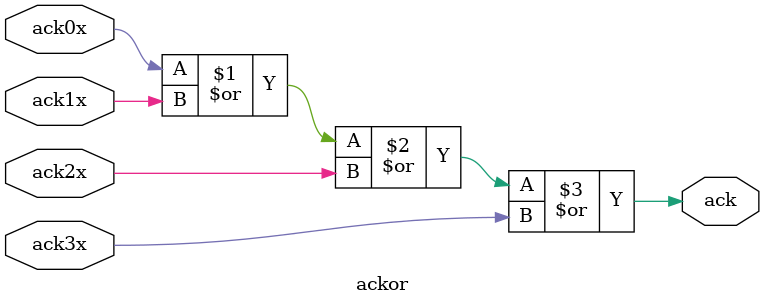
<source format=v>
`include "sw.vh"
module ackor(input ack0x, ack1x, ack2x, ack3x, output ack);
  
    assign ack = ack0x | ack1x | ack2x | ack3x;

endmodule
</source>
